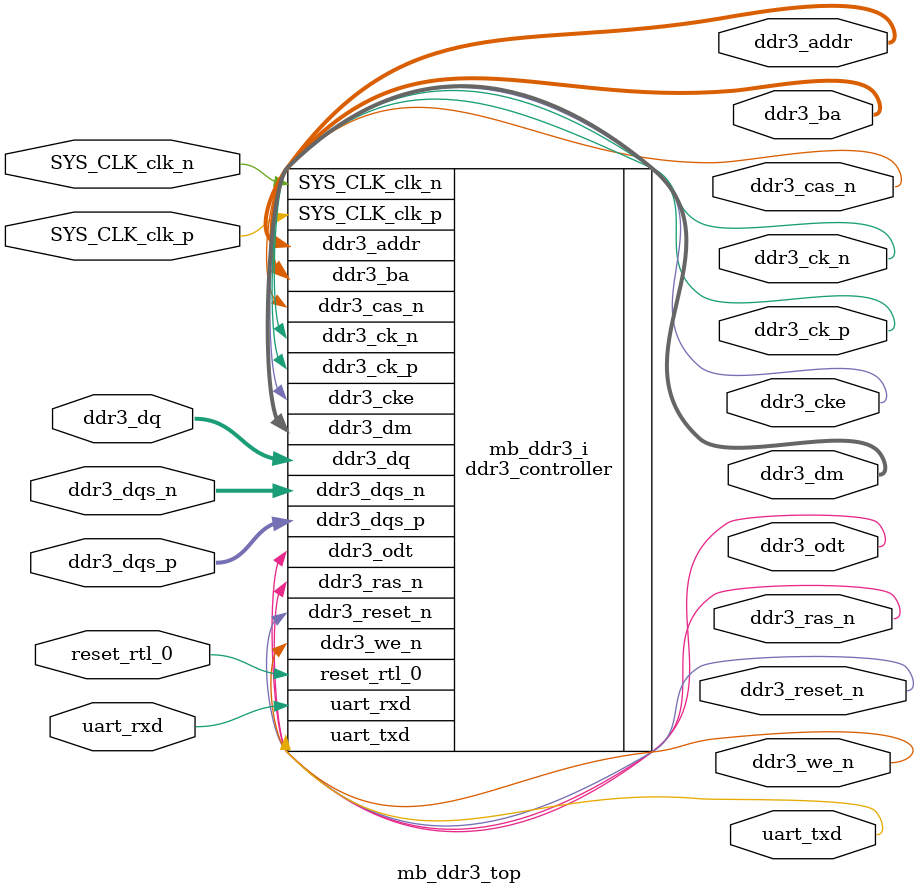
<source format=sv>
`timescale 1ns / 1ps


module mb_ddr3_top
   (input  logic SYS_CLK_clk_n, //differential system clock input
    input  logic SYS_CLK_clk_p, //note that this is different than previous designs
    output logic [12:0] ddr3_addr,
    output logic [2:0] ddr3_ba,
    output logic ddr3_cas_n,
    output logic ddr3_ck_n, //differential DDR3 clock, typically between 300-333MHz
    output logic ddr3_ck_p,
    output logic ddr3_cke,
    output logic [1:0] ddr3_dm,
    inout wire [15:0] ddr3_dq, //bidirectional signals need to be of type wire
    inout wire [1:0] ddr3_dqs_n,
    inout wire [1:0] ddr3_dqs_p,
    output logic ddr3_odt,   
    output logic ddr3_ras_n,
    output logic ddr3_reset_n,
    output logic ddr3_we_n,
    input logic reset_rtl_0,    //renamed to sys_rst
    input logic uart_rxd,
    output logic uart_txd);


  ddr3_controller mb_ddr3_i
       (.SYS_CLK_clk_n(SYS_CLK_clk_n),
        .SYS_CLK_clk_p(SYS_CLK_clk_p),
        .ddr3_addr(ddr3_addr),
        .ddr3_ba(ddr3_ba),
        .ddr3_cas_n(ddr3_cas_n),
        .ddr3_ck_n(ddr3_ck_n),
        .ddr3_ck_p(ddr3_ck_p),
        .ddr3_cke(ddr3_cke),
        .ddr3_dm(ddr3_dm),
        .ddr3_dq(ddr3_dq),
        .ddr3_dqs_n(ddr3_dqs_n),
        .ddr3_dqs_p(ddr3_dqs_p),
        .ddr3_odt(ddr3_odt),
        .ddr3_ras_n(ddr3_ras_n),
        .ddr3_reset_n(ddr3_reset_n),
        .ddr3_we_n(ddr3_we_n),
        .reset_rtl_0(reset_rtl_0),     //inverting to see if works
        .uart_rxd(uart_rxd),
        .uart_txd(uart_txd));
endmodule

</source>
